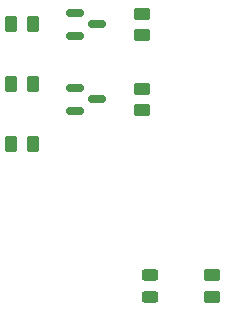
<source format=gbr>
%TF.GenerationSoftware,KiCad,Pcbnew,(6.0.8-1)-1*%
%TF.CreationDate,2022-10-27T21:51:23+08:00*%
%TF.ProjectId,Esp32_AGV_Relay,45737033-325f-4414-9756-5f52656c6179,rev?*%
%TF.SameCoordinates,Original*%
%TF.FileFunction,Paste,Top*%
%TF.FilePolarity,Positive*%
%FSLAX46Y46*%
G04 Gerber Fmt 4.6, Leading zero omitted, Abs format (unit mm)*
G04 Created by KiCad (PCBNEW (6.0.8-1)-1) date 2022-10-27 21:51:23*
%MOMM*%
%LPD*%
G01*
G04 APERTURE LIST*
G04 Aperture macros list*
%AMRoundRect*
0 Rectangle with rounded corners*
0 $1 Rounding radius*
0 $2 $3 $4 $5 $6 $7 $8 $9 X,Y pos of 4 corners*
0 Add a 4 corners polygon primitive as box body*
4,1,4,$2,$3,$4,$5,$6,$7,$8,$9,$2,$3,0*
0 Add four circle primitives for the rounded corners*
1,1,$1+$1,$2,$3*
1,1,$1+$1,$4,$5*
1,1,$1+$1,$6,$7*
1,1,$1+$1,$8,$9*
0 Add four rect primitives between the rounded corners*
20,1,$1+$1,$2,$3,$4,$5,0*
20,1,$1+$1,$4,$5,$6,$7,0*
20,1,$1+$1,$6,$7,$8,$9,0*
20,1,$1+$1,$8,$9,$2,$3,0*%
G04 Aperture macros list end*
%ADD10RoundRect,0.250000X-0.450000X0.262500X-0.450000X-0.262500X0.450000X-0.262500X0.450000X0.262500X0*%
%ADD11RoundRect,0.250000X-0.262500X-0.450000X0.262500X-0.450000X0.262500X0.450000X-0.262500X0.450000X0*%
%ADD12RoundRect,0.250000X0.450000X-0.262500X0.450000X0.262500X-0.450000X0.262500X-0.450000X-0.262500X0*%
%ADD13RoundRect,0.150000X-0.587500X-0.150000X0.587500X-0.150000X0.587500X0.150000X-0.587500X0.150000X0*%
%ADD14RoundRect,0.250000X0.262500X0.450000X-0.262500X0.450000X-0.262500X-0.450000X0.262500X-0.450000X0*%
%ADD15RoundRect,0.243750X0.456250X-0.243750X0.456250X0.243750X-0.456250X0.243750X-0.456250X-0.243750X0*%
G04 APERTURE END LIST*
D10*
%TO.C,R3*%
X147000000Y-108307500D03*
X147000000Y-110132500D03*
%TD*%
D11*
%TO.C,R4*%
X135927500Y-107950000D03*
X137752500Y-107950000D03*
%TD*%
D12*
%TO.C,R5*%
X147000000Y-103782500D03*
X147000000Y-101957500D03*
%TD*%
D11*
%TO.C,R6*%
X135927500Y-102870000D03*
X137752500Y-102870000D03*
%TD*%
D13*
%TO.C,Q2*%
X141315000Y-101920000D03*
X141315000Y-103820000D03*
X143190000Y-102870000D03*
%TD*%
D14*
%TO.C,R2*%
X137752500Y-113030000D03*
X135927500Y-113030000D03*
%TD*%
D12*
%TO.C,R1*%
X152900000Y-125912500D03*
X152900000Y-124087500D03*
%TD*%
D13*
%TO.C,Q1*%
X141315000Y-108270000D03*
X141315000Y-110170000D03*
X143190000Y-109220000D03*
%TD*%
D15*
%TO.C,D1*%
X147700000Y-125937500D03*
X147700000Y-124062500D03*
%TD*%
M02*

</source>
